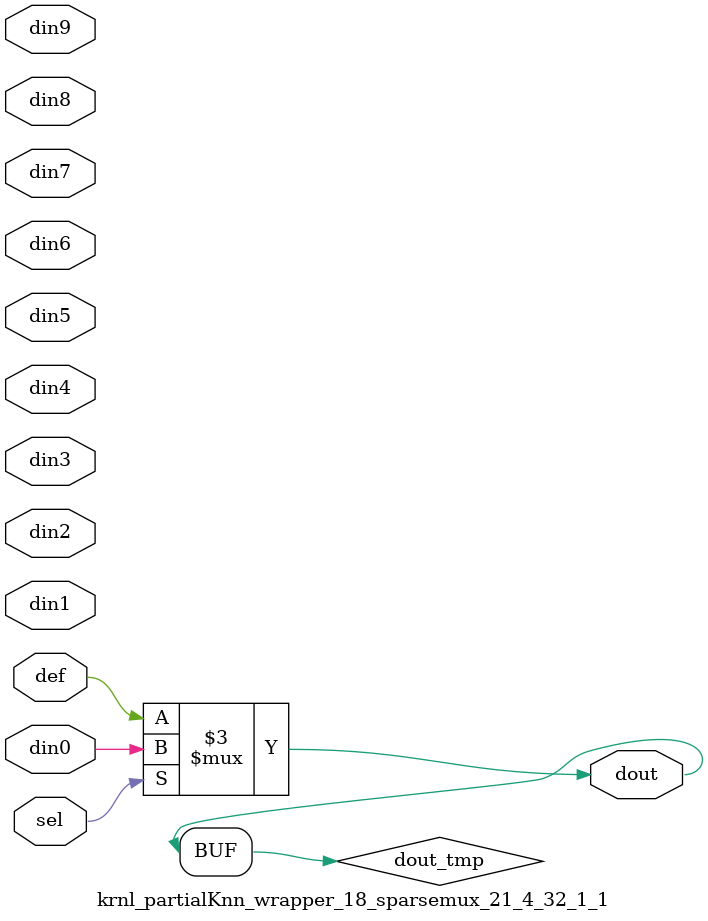
<source format=v>
`timescale 1 ns / 1 ps
module krnl_partialKnn_wrapper_18_sparsemux_21_4_32_1_1 (din0,din1,din2,din3,din4,din5,din6,din7,din8,din9,def,sel,dout);
parameter din0_WIDTH = 1;
parameter din1_WIDTH = 1;
parameter din2_WIDTH = 1;
parameter din3_WIDTH = 1;
parameter din4_WIDTH = 1;
parameter din5_WIDTH = 1;
parameter din6_WIDTH = 1;
parameter din7_WIDTH = 1;
parameter din8_WIDTH = 1;
parameter din9_WIDTH = 1;
parameter def_WIDTH = 1;
parameter sel_WIDTH = 1;
parameter dout_WIDTH = 1;
parameter [sel_WIDTH-1:0] CASE0 = 1;
parameter [sel_WIDTH-1:0] CASE1 = 1;
parameter [sel_WIDTH-1:0] CASE2 = 1;
parameter [sel_WIDTH-1:0] CASE3 = 1;
parameter [sel_WIDTH-1:0] CASE4 = 1;
parameter [sel_WIDTH-1:0] CASE5 = 1;
parameter [sel_WIDTH-1:0] CASE6 = 1;
parameter [sel_WIDTH-1:0] CASE7 = 1;
parameter [sel_WIDTH-1:0] CASE8 = 1;
parameter [sel_WIDTH-1:0] CASE9 = 1;
parameter ID = 1;
parameter NUM_STAGE = 1;
input [din0_WIDTH-1:0] din0;
input [din1_WIDTH-1:0] din1;
input [din2_WIDTH-1:0] din2;
input [din3_WIDTH-1:0] din3;
input [din4_WIDTH-1:0] din4;
input [din5_WIDTH-1:0] din5;
input [din6_WIDTH-1:0] din6;
input [din7_WIDTH-1:0] din7;
input [din8_WIDTH-1:0] din8;
input [din9_WIDTH-1:0] din9;
input [def_WIDTH-1:0] def;
input [sel_WIDTH-1:0] sel;
output [dout_WIDTH-1:0] dout;
reg [dout_WIDTH-1:0] dout_tmp;
always @ (*) begin
case (sel)
    
    CASE0 : dout_tmp = din0;
    
    CASE1 : dout_tmp = din1;
    
    CASE2 : dout_tmp = din2;
    
    CASE3 : dout_tmp = din3;
    
    CASE4 : dout_tmp = din4;
    
    CASE5 : dout_tmp = din5;
    
    CASE6 : dout_tmp = din6;
    
    CASE7 : dout_tmp = din7;
    
    CASE8 : dout_tmp = din8;
    
    CASE9 : dout_tmp = din9;
    
    default : dout_tmp = def;
endcase
end
assign dout = dout_tmp;
endmodule
</source>
